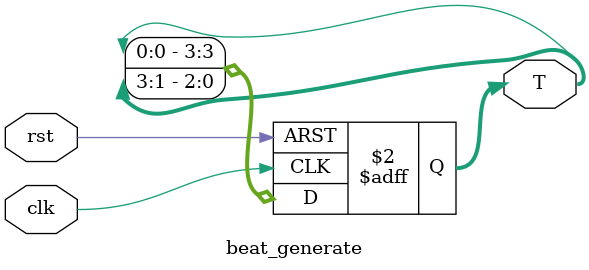
<source format=v>
`timescale 1ns / 1ps


module beat_generate(
    input clk,
    input rst,
    output reg [3:0] T
    );
    
always @(posedge clk or posedge rst) begin
    if (rst)
        T <= 4'b1000;
    else
        T <= {T[0],T[3:1]};
end
    
endmodule

</source>
